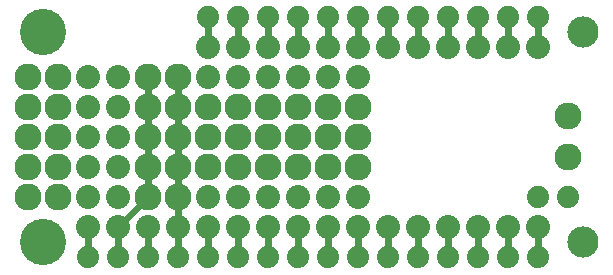
<source format=gbr>
G04 EAGLE Gerber RS-274X export*
G75*
%MOMM*%
%FSLAX34Y34*%
%LPD*%
%INSoldermask Bottom*%
%IPPOS*%
%AMOC8*
5,1,8,0,0,1.08239X$1,22.5*%
G01*
%ADD10C,0.609600*%
%ADD11C,2.641600*%
%ADD12C,3.911600*%
%ADD13C,1.879600*%
%ADD14C,2.032000*%
%ADD15C,2.286000*%


D10*
X114300Y168275D02*
X114300Y63500D01*
X114300Y62230D01*
X139700Y44450D02*
X139700Y167640D01*
X63500Y38100D02*
X63500Y12700D01*
X88900Y12700D02*
X88900Y38100D01*
X114300Y38100D02*
X114300Y12700D01*
X139700Y10160D02*
X139700Y38100D01*
X165100Y38100D02*
X165100Y12700D01*
X190500Y12700D02*
X190500Y38100D01*
X215900Y38100D02*
X215900Y12700D01*
X241300Y12700D02*
X241300Y38100D01*
X266700Y38100D02*
X266700Y12700D01*
X292100Y12700D02*
X292100Y40640D01*
X317500Y38100D02*
X317500Y12700D01*
X393700Y12700D02*
X393700Y38100D01*
X419100Y38100D02*
X419100Y12700D01*
X444500Y12700D02*
X444500Y38100D01*
X368300Y38100D02*
X368300Y12700D01*
X342900Y12700D02*
X342900Y38100D01*
X444500Y190500D02*
X444500Y215900D01*
X419100Y215900D02*
X419100Y193040D01*
X393700Y190500D02*
X393700Y218440D01*
X368300Y215900D02*
X368300Y190500D01*
X342900Y187960D02*
X342900Y218440D01*
X317500Y215900D02*
X317500Y190500D01*
X292100Y190500D02*
X292100Y218440D01*
X266700Y218440D02*
X266700Y190500D01*
X241300Y190500D02*
X241300Y218440D01*
X215900Y218440D02*
X215900Y190500D01*
X190500Y187960D02*
X190500Y218440D01*
X165100Y218440D02*
X165100Y190500D01*
X114300Y63500D02*
X88900Y38100D01*
D11*
X482600Y203200D03*
X482600Y25400D03*
D12*
X25400Y203200D03*
X25400Y25400D03*
D13*
X165100Y215900D03*
X190500Y215900D03*
X215900Y215900D03*
X241300Y215900D03*
X266700Y215900D03*
X292100Y215900D03*
X317500Y215900D03*
X342900Y215900D03*
X368300Y215900D03*
X393700Y215900D03*
X419100Y215900D03*
X444500Y215900D03*
X165100Y12700D03*
X190500Y12700D03*
X215900Y12700D03*
X241300Y12700D03*
X266700Y12700D03*
X292100Y12700D03*
X317500Y12700D03*
X342900Y12700D03*
X368300Y12700D03*
X393700Y12700D03*
X419100Y12700D03*
X444500Y12700D03*
X139700Y12700D03*
X114300Y12700D03*
X88900Y12700D03*
X63500Y12700D03*
D14*
X444500Y38100D03*
X419100Y38100D03*
X393700Y38100D03*
X368300Y38100D03*
X342900Y38100D03*
X317500Y38100D03*
X292100Y38100D03*
X266700Y38100D03*
X241300Y38100D03*
X215900Y38100D03*
X190500Y38100D03*
X165100Y38100D03*
X139700Y38100D03*
X114300Y38100D03*
X88900Y38100D03*
X63500Y38100D03*
X165100Y190500D03*
X190500Y190500D03*
X215900Y190500D03*
X241300Y190500D03*
X266700Y190500D03*
X292100Y190500D03*
X317500Y190500D03*
X342900Y190500D03*
X368300Y190500D03*
X393700Y190500D03*
X419100Y190500D03*
X444500Y190500D03*
D15*
X469900Y132300D03*
X469900Y97300D03*
D13*
X444500Y63500D03*
X469900Y63500D03*
D15*
X139700Y63500D03*
X139700Y88900D03*
X139700Y114300D03*
X139700Y139700D03*
X139700Y165100D03*
X114300Y63500D03*
X114300Y88900D03*
X114300Y114300D03*
X114300Y139700D03*
X114300Y165100D03*
D14*
X63500Y165100D03*
D15*
X38100Y165100D03*
X12700Y165100D03*
X12700Y139700D03*
X38100Y139700D03*
D14*
X63500Y139700D03*
X63500Y114300D03*
D15*
X38100Y114300D03*
X12700Y114300D03*
X12700Y88900D03*
X38100Y88900D03*
D14*
X63500Y88900D03*
X63500Y63500D03*
D15*
X38100Y63500D03*
X12700Y63500D03*
D14*
X88900Y63500D03*
X88900Y88900D03*
X88900Y114300D03*
X88900Y139700D03*
X88900Y165100D03*
X165100Y165100D03*
X190500Y165100D03*
X215900Y165100D03*
D15*
X165100Y139700D03*
X165100Y114300D03*
X165100Y88900D03*
D14*
X165100Y63500D03*
X190500Y63500D03*
D15*
X190500Y88900D03*
X190500Y114300D03*
X190500Y139700D03*
X215900Y139700D03*
X215900Y114300D03*
X215900Y88900D03*
D14*
X215900Y63500D03*
X241300Y63500D03*
D15*
X241300Y88900D03*
D14*
X241300Y165100D03*
D15*
X241300Y139700D03*
X241300Y114300D03*
D14*
X266700Y63500D03*
D15*
X266700Y88900D03*
X266700Y114300D03*
X266700Y139700D03*
D14*
X266700Y165100D03*
X292100Y165100D03*
D15*
X292100Y139700D03*
X292100Y114300D03*
X292100Y88900D03*
D14*
X292100Y63500D03*
M02*

</source>
